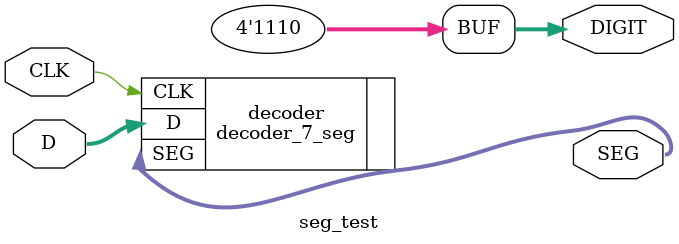
<source format=v>
`timescale 1ns / 1ps
module seg_test(
    input CLK,
    input [3:0] D,
    output [7:0] SEG,
    output [3:0] DIGIT
    );

assign DIGIT = 4'b1110;

decoder_7_seg decoder(.CLK (CLK), .SEG (SEG), .D (D));

endmodule

</source>
